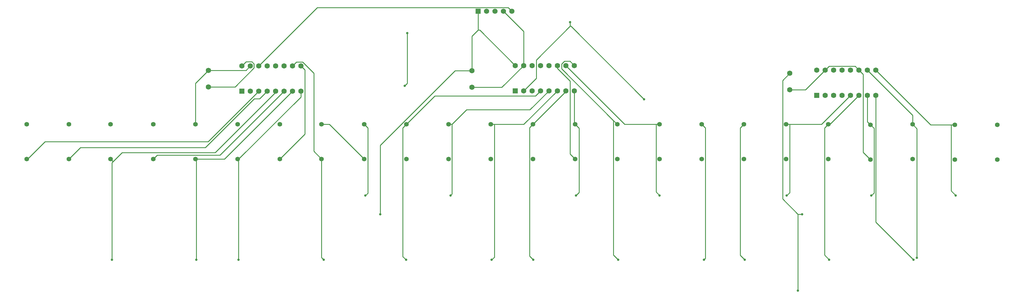
<source format=gbl>
G04 Layer: BottomLayer*
G04 EasyEDA v6.5.40, 2024-08-14 23:42:52*
G04 cb6e2e9fbd21486d88ae5690d2d3dc00,10*
G04 Gerber Generator version 0.2*
G04 Scale: 100 percent, Rotated: No, Reflected: No *
G04 Dimensions in millimeters *
G04 leading zeros omitted , absolute positions ,4 integer and 5 decimal *
%FSLAX45Y45*%
%MOMM*%

%ADD10C,0.2540*%
%ADD11C,1.6000*%
%ADD12R,1.6000X1.6000*%
%ADD13C,1.5748*%
%ADD14R,1.5748X1.5748*%
%ADD15C,1.4000*%
%ADD16C,0.7000*%
%ADD17C,0.0149*%

%LPD*%
D10*
X7493000Y4191000D02*
G01*
X5969000Y2667000D01*
X1061999Y2667000D01*
X537006Y2142007D01*
X508000Y2142007D01*
X15113000Y6604000D02*
G01*
X15001392Y6715607D01*
X9255607Y6715607D01*
X7493000Y4953000D01*
X1778000Y2142007D02*
G01*
X2122957Y2486964D01*
X5884240Y2486964D01*
X7359218Y3961942D01*
X7517942Y3961942D01*
X7747000Y4191000D01*
X8128000Y2142007D02*
G01*
X8881186Y2895193D01*
X8881186Y4834813D01*
X8763000Y4953000D01*
X8255000Y4191000D02*
G01*
X6326504Y2262504D01*
X4438497Y2262504D01*
X4318000Y2142007D01*
X11961723Y5943168D02*
G01*
X11961723Y4430115D01*
X11887631Y4356023D01*
X14859000Y6604000D02*
G01*
X15468600Y5994400D01*
X15468600Y4965700D01*
X5588000Y3191992D02*
G01*
X5588000Y4428312D01*
X5981700Y4822012D01*
X10668000Y2142007D02*
G01*
X9618014Y3191992D01*
X9385300Y3191992D01*
X24549100Y4826000D02*
G01*
X23956213Y4233113D01*
X23482300Y4233113D01*
X16484600Y4965700D02*
G01*
X16484600Y4880025D01*
X16865574Y4499051D01*
X16865574Y2294432D01*
X17018000Y2142007D01*
X7239000Y4953000D02*
G01*
X7108012Y4822012D01*
X5981700Y4822012D01*
X24549100Y4826000D02*
G01*
X24667108Y4944008D01*
X25447091Y4944008D01*
X25565100Y4826000D01*
X25565100Y4826000D02*
G01*
X25692100Y4699025D01*
X25692100Y2345232D01*
X25908000Y2129307D01*
X13914958Y4309313D02*
G01*
X14812213Y4309313D01*
X15468600Y4965700D01*
X10668000Y3191992D02*
G01*
X10775950Y3084042D01*
X10775950Y1114628D01*
X10705922Y1044600D01*
X16867606Y6153734D02*
G01*
X16867606Y6277457D01*
X15468600Y4203700D02*
G01*
X15849600Y4584700D01*
X15849600Y5135727D01*
X16867606Y6153734D01*
X16867606Y6153734D02*
G01*
X16888866Y6153734D01*
X19091452Y3951147D01*
X14097000Y6604000D02*
G01*
X14097000Y6492519D01*
X14097000Y6492519D02*
G01*
X14097000Y6035344D01*
X15214600Y4965700D02*
G01*
X14144955Y6035344D01*
X14097000Y6035344D01*
X6985000Y4953000D02*
G01*
X7110806Y5078806D01*
X7288326Y5078806D01*
X7352156Y5014976D01*
X7352156Y4895697D01*
X6778472Y4322013D01*
X5981700Y4322013D01*
X23720679Y479780D02*
G01*
X23720679Y-1831111D01*
X23482300Y4733112D02*
G01*
X23262590Y4513402D01*
X23262590Y937869D01*
X23720679Y479780D01*
X23720679Y479780D02*
G01*
X23846993Y479780D01*
X14097000Y6035344D02*
G01*
X13914958Y5853303D01*
X13914958Y4809312D01*
X13914958Y4809312D02*
G01*
X13403503Y4809312D01*
X11152555Y2558364D01*
X11152555Y479094D01*
X6887006Y2142007D02*
G01*
X6887006Y-895908D01*
X8763000Y4191000D02*
G01*
X8763000Y4018000D01*
X6887006Y2142007D01*
X6887006Y2142007D02*
G01*
X6858000Y2142007D01*
X16992600Y4203700D02*
G01*
X16992600Y3217392D01*
X17018000Y3191992D01*
X17018000Y3191992D02*
G01*
X17132579Y3077413D01*
X17132579Y1134313D01*
X17042256Y1043990D01*
X26073100Y4064000D02*
G01*
X26073100Y239013D01*
X27206956Y-894892D01*
X25819100Y4064000D02*
G01*
X25819100Y3268192D01*
X25908000Y3179292D01*
X25908000Y3179292D02*
G01*
X26015950Y3071317D01*
X26015950Y1123289D01*
X25936956Y1044320D01*
X24638000Y3191992D02*
G01*
X24693092Y3191992D01*
X25565100Y4064000D01*
X24638000Y3191992D02*
G01*
X24525452Y3079445D01*
X24525452Y-755395D01*
X24667006Y-896950D01*
X23474705Y3191992D02*
G01*
X23474705Y1131823D01*
X23387862Y1044981D01*
X23368000Y3191992D02*
G01*
X23474705Y3191992D01*
X23474705Y3191992D02*
G01*
X24439092Y3191992D01*
X25311100Y4064000D01*
X22098000Y3191992D02*
G01*
X21987738Y3081731D01*
X21987738Y-758748D01*
X22127006Y-898017D01*
X20828000Y3191992D02*
G01*
X20937296Y3082696D01*
X20937296Y-855751D01*
X20896021Y-897026D01*
X19452463Y3191992D02*
G01*
X19452463Y1151229D01*
X19559117Y1044575D01*
X19558000Y3191992D02*
G01*
X19452463Y3191992D01*
X19452463Y3191992D02*
G01*
X18512307Y3191992D01*
X16738600Y4965700D01*
X16738600Y4203700D02*
G01*
X16738600Y4182592D01*
X15748000Y3191992D01*
X15748000Y3191992D02*
G01*
X15645053Y3089046D01*
X15645053Y-785698D01*
X15757931Y-898575D01*
X14586458Y3191992D02*
G01*
X14586458Y-815695D01*
X14507006Y-895146D01*
X14478000Y3191992D02*
G01*
X14586458Y3191992D01*
X14586458Y3191992D02*
G01*
X15472892Y3191992D01*
X16484600Y4203700D01*
X13312851Y3191992D02*
G01*
X13312851Y1092479D01*
X13264946Y1044575D01*
X13208000Y3191992D02*
G01*
X13312851Y3191992D01*
X13312851Y3191992D02*
G01*
X13753033Y3632174D01*
X15659074Y3632174D01*
X16230600Y4203700D01*
X15976600Y4203700D02*
G01*
X15821126Y4048226D01*
X12794234Y4048226D01*
X11938000Y3191992D01*
X11938000Y3191992D02*
G01*
X11831751Y3085744D01*
X11831751Y-800735D01*
X11928043Y-897026D01*
X3035300Y2142007D02*
G01*
X3109290Y2068042D01*
X3076981Y-894384D02*
G01*
X3076981Y2035733D01*
X3109290Y2068042D01*
X3109290Y2068042D02*
G01*
X3380308Y2339060D01*
X6184239Y2339060D01*
X8001000Y4155820D01*
X8001000Y4191000D01*
X5617006Y2142007D02*
G01*
X5617006Y-894918D01*
X8509000Y4191000D02*
G01*
X6460007Y2142007D01*
X5617006Y2142007D01*
X5617006Y2142007D02*
G01*
X5588000Y2142007D01*
X8509000Y4953000D02*
G01*
X8629015Y5073014D01*
X8815095Y5073014D01*
X9150019Y4738090D01*
X9150019Y2377287D01*
X9385300Y2142007D01*
X9385300Y2142007D02*
G01*
X9385300Y-831621D01*
X9451416Y-897737D01*
X18288000Y3191992D02*
G01*
X18173623Y3306368D01*
X18173623Y3306368D02*
G01*
X18173623Y-751738D01*
X18317006Y-895121D01*
X18173623Y3306368D02*
G01*
X16611600Y4868392D01*
X16611600Y5013477D01*
X16693032Y5094909D01*
X16863390Y5094909D01*
X16992600Y4965700D01*
X28337509Y3179292D02*
G01*
X28337509Y1183411D01*
X28476956Y1043889D01*
X28448000Y3179292D02*
G01*
X28337509Y3179292D01*
X28337509Y3179292D02*
G01*
X27719782Y3179292D01*
X26073100Y4826000D01*
X25819100Y4826000D02*
G01*
X27178000Y3467100D01*
X27178000Y3191992D01*
X27178000Y3191992D02*
G01*
X27308556Y3061487D01*
X27308556Y-834313D01*
D11*
G01*
X5981700Y4322013D03*
G01*
X5981700Y4822012D03*
G01*
X13914958Y4309313D03*
G01*
X13914958Y4809312D03*
G01*
X23482300Y4233113D03*
G01*
X23482300Y4733112D03*
G01*
X6985000Y4953000D03*
G01*
X7239000Y4953000D03*
G01*
X7493000Y4953000D03*
G01*
X7747000Y4953000D03*
G01*
X8001000Y4953000D03*
G01*
X8255000Y4953000D03*
G01*
X8509000Y4953000D03*
G01*
X8763000Y4953000D03*
G01*
X8763000Y4191000D03*
G01*
X8509000Y4191000D03*
G01*
X8255000Y4191000D03*
G01*
X8001000Y4191000D03*
G01*
X7747000Y4191000D03*
G01*
X7493000Y4191000D03*
G01*
X7239000Y4191000D03*
D12*
G01*
X6985000Y4191000D03*
D11*
G01*
X15214600Y4965700D03*
G01*
X15468600Y4965700D03*
G01*
X15722600Y4965700D03*
G01*
X15976600Y4965700D03*
G01*
X16230600Y4965700D03*
G01*
X16484600Y4965700D03*
G01*
X16738600Y4965700D03*
G01*
X16992600Y4965700D03*
G01*
X16992600Y4203700D03*
G01*
X16738600Y4203700D03*
G01*
X16484600Y4203700D03*
G01*
X16230600Y4203700D03*
G01*
X15976600Y4203700D03*
G01*
X15722600Y4203700D03*
G01*
X15468600Y4203700D03*
D12*
G01*
X15214600Y4203700D03*
D11*
G01*
X24295100Y4826000D03*
G01*
X24549100Y4826000D03*
G01*
X24803100Y4826000D03*
G01*
X25057100Y4826000D03*
G01*
X25311100Y4826000D03*
G01*
X25565100Y4826000D03*
G01*
X25819100Y4826000D03*
G01*
X26073100Y4826000D03*
G01*
X26073100Y4064000D03*
G01*
X25819100Y4064000D03*
G01*
X25565100Y4064000D03*
G01*
X25311100Y4064000D03*
G01*
X25057100Y4064000D03*
G01*
X24803100Y4064000D03*
G01*
X24549100Y4064000D03*
D12*
G01*
X24295100Y4064000D03*
D13*
G01*
X15113000Y6604000D03*
G01*
X14859000Y6604000D03*
G01*
X14605000Y6604000D03*
G01*
X14351000Y6604000D03*
D14*
G01*
X14097000Y6604000D03*
D15*
G01*
X10668000Y3191992D03*
G01*
X10668000Y2142007D03*
G01*
X11938000Y3191992D03*
G01*
X11938000Y2142007D03*
G01*
X13208000Y3191992D03*
G01*
X13208000Y2142007D03*
G01*
X14478000Y3191992D03*
G01*
X14478000Y2142007D03*
G01*
X15748000Y3191992D03*
G01*
X15748000Y2142007D03*
G01*
X17018000Y3191992D03*
G01*
X17018000Y2142007D03*
G01*
X18288000Y3191992D03*
G01*
X18288000Y2142007D03*
G01*
X19558000Y3191992D03*
G01*
X19558000Y2142007D03*
G01*
X20828000Y3191992D03*
G01*
X20828000Y2142007D03*
G01*
X22098000Y3191992D03*
G01*
X22098000Y2142007D03*
G01*
X23368000Y3191992D03*
G01*
X23368000Y2142007D03*
G01*
X24638000Y3191992D03*
G01*
X24638000Y2142007D03*
G01*
X25908000Y3179292D03*
G01*
X25908000Y2129307D03*
G01*
X29730700Y3179292D03*
G01*
X29730700Y2129307D03*
G01*
X28448000Y3179292D03*
G01*
X28448000Y2129307D03*
G01*
X27178000Y3191992D03*
G01*
X27178000Y2142007D03*
G01*
X8128000Y2142007D03*
G01*
X8128000Y3191992D03*
G01*
X6858000Y2142007D03*
G01*
X6858000Y3191992D03*
G01*
X5588000Y2142007D03*
G01*
X5588000Y3191992D03*
G01*
X4318000Y2142007D03*
G01*
X4318000Y3191992D03*
G01*
X3035300Y2142007D03*
G01*
X3035300Y3191992D03*
G01*
X1778000Y2142007D03*
G01*
X1778000Y3191992D03*
G01*
X508000Y2142007D03*
G01*
X508000Y3191992D03*
G01*
X9385300Y2142007D03*
G01*
X9385300Y3191992D03*
D16*
G01*
X27308556Y-834313D03*
G01*
X28476956Y1043889D03*
G01*
X18317006Y-895121D03*
G01*
X9451416Y-897737D03*
G01*
X5617006Y-894918D03*
G01*
X3076981Y-894384D03*
G01*
X11928043Y-897026D03*
G01*
X13264946Y1044575D03*
G01*
X14507006Y-895146D03*
G01*
X15757931Y-898575D03*
G01*
X19559117Y1044575D03*
G01*
X20896021Y-897026D03*
G01*
X22127006Y-898017D03*
G01*
X23387862Y1044981D03*
G01*
X24667006Y-896950D03*
G01*
X25936956Y1044320D03*
G01*
X27206956Y-894892D03*
G01*
X17042256Y1043990D03*
G01*
X6887006Y-895908D03*
G01*
X11152555Y479094D03*
G01*
X23720679Y-1831111D03*
G01*
X23846993Y479780D03*
G01*
X19091452Y3951147D03*
G01*
X16867606Y6277457D03*
G01*
X10705922Y1044600D03*
G01*
X11887631Y4356023D03*
G01*
X11961723Y5943168D03*
M02*

</source>
